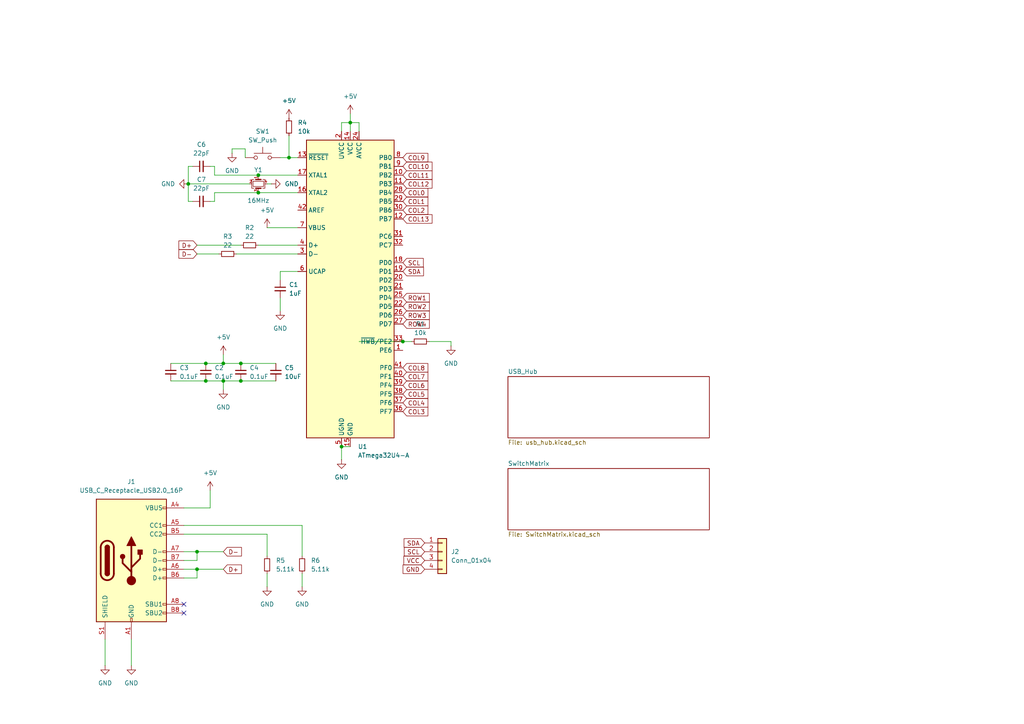
<source format=kicad_sch>
(kicad_sch (version 20231120) (generator "eeschema") (generator_version "8.0")
  (paper "A4")
  (lib_symbols
    (symbol "Connector:USB_C_Receptacle_USB2.0_16P" (pin_names (offset 1.016))
      (property "Reference" "J" (at 0 22.225 0))
      (property "Value" "USB_C_Receptacle_USB2.0_16P" (at 0 19.685 0))
      (symbol "USB_C_Receptacle_USB2.0_16P_0_0"
        (rectangle (start -0.254 -17.78) (end 0.254 -16.764))
        (rectangle (start 10.16 -14.986) (end 9.144 -15.494))
        (rectangle (start 10.16 -12.446) (end 9.144 -12.954))
        (rectangle (start 10.16 -4.826) (end 9.144 -5.334))
        (rectangle (start 10.16 -2.286) (end 9.144 -2.794))
        (rectangle (start 10.16 0.254) (end 9.144 -0.254))
        (rectangle (start 10.16 2.794) (end 9.144 2.286))
        (rectangle (start 10.16 7.874) (end 9.144 7.366))
        (rectangle (start 10.16 10.414) (end 9.144 9.906))
        (rectangle (start 10.16 15.494) (end 9.144 14.986))
      )
      (symbol "USB_C_Receptacle_USB2.0_16P_0_1"
        (rectangle (start -10.16 17.78) (end 10.16 -17.78) (stroke (width 0.254)) (fill (type background)))
        (arc (start -8.89 -3.81) (mid -6.985 -5.7067) (end -5.08 -3.81) (stroke (width 0.508)))
        (arc (start -7.62 -3.81) (mid -6.985 -4.4423) (end -6.35 -3.81) (stroke (width 0.254)))
        (arc (start -7.62 -3.81) (mid -6.985 -4.4423) (end -6.35 -3.81) (stroke (width 0.254)) (fill (type outline)))
        (rectangle (start -7.62 -3.81) (end -6.35 3.81) (stroke (width 0.254)) (fill (type outline)))
        (arc (start -6.35 3.81) (mid -6.985 4.4423) (end -7.62 3.81) (stroke (width 0.254)))
        (arc (start -6.35 3.81) (mid -6.985 4.4423) (end -7.62 3.81) (stroke (width 0.254)) (fill (type outline)))
        (arc (start -5.08 3.81) (mid -6.985 5.7067) (end -8.89 3.81) (stroke (width 0.508)))
        (circle (center -2.54 1.143) (radius 0.635) (stroke (width 0.254)) (fill (type outline)))
        (circle (center 0 -5.842) (radius 1.27) (fill (type outline)))
        (polyline (pts (xy -8.89 -3.81) (xy -8.89 3.81)) (stroke (width 0.508)))
        (polyline (pts (xy -5.08 3.81) (xy -5.08 -3.81)) (stroke (width 0.508)))
        (polyline (pts (xy 0 -5.842) (xy 0 4.318)) (stroke (width 0.508)))
        (polyline (pts (xy 0 -3.302) (xy -2.54 -0.762) (xy -2.54 0.508)) (stroke (width 0.508)))
        (polyline (pts (xy 0 -2.032) (xy 2.54 0.508) (xy 2.54 1.778)) (stroke (width 0.508)))
        (polyline (pts (xy -1.27 4.318) (xy 0 6.858) (xy 1.27 4.318) (xy -1.27 4.318)) (stroke (width 0.254)) (fill (type outline)))
        (rectangle (start 1.905 1.778) (end 3.175 3.048) (stroke (width 0.254)) (fill (type outline)))
      )
      (symbol "USB_C_Receptacle_USB2.0_16P_1_1"
        (pin passive line (at 0 -22.86 90) (length 5.08) (name "GND") (number "A1"))
        (pin passive line (at 0 -22.86 90) (length 5.08) hide (name "GND") (number "A12"))
        (pin passive line (at 15.24 15.24 180) (length 5.08) (name "VBUS") (number "A4"))
        (pin bidirectional line (at 15.24 10.16 180) (length 5.08) (name "CC1") (number "A5"))
        (pin bidirectional line (at 15.24 -2.54 180) (length 5.08) (name "D+") (number "A6"))
        (pin bidirectional line (at 15.24 2.54 180) (length 5.08) (name "D-") (number "A7"))
        (pin bidirectional line (at 15.24 -12.7 180) (length 5.08) (name "SBU1") (number "A8"))
        (pin passive line (at 15.24 15.24 180) (length 5.08) hide (name "VBUS") (number "A9"))
        (pin passive line (at 0 -22.86 90) (length 5.08) hide (name "GND") (number "B1"))
        (pin passive line (at 0 -22.86 90) (length 5.08) hide (name "GND") (number "B12"))
        (pin passive line (at 15.24 15.24 180) (length 5.08) hide (name "VBUS") (number "B4"))
        (pin bidirectional line (at 15.24 7.62 180) (length 5.08) (name "CC2") (number "B5"))
        (pin bidirectional line (at 15.24 -5.08 180) (length 5.08) (name "D+") (number "B6"))
        (pin bidirectional line (at 15.24 0 180) (length 5.08) (name "D-") (number "B7"))
        (pin bidirectional line (at 15.24 -15.24 180) (length 5.08) (name "SBU2") (number "B8"))
        (pin passive line (at 15.24 15.24 180) (length 5.08) hide (name "VBUS") (number "B9"))
        (pin passive line (at -7.62 -22.86 90) (length 5.08) (name "SHIELD") (number "S1"))
      )
    )
    (symbol "Connector_Generic:Conn_01x04" (pin_names (offset 1.016) hide)
      (property "Reference" "J" (at 0 5.08 0))
      (property "Value" "Conn_01x04" (at 0 -7.62 0))
      (symbol "Conn_01x04_1_1"
        (rectangle (start -1.27 -4.953) (end 0 -5.207) (stroke (width 0.1524)))
        (rectangle (start -1.27 -2.413) (end 0 -2.667) (stroke (width 0.1524)))
        (rectangle (start -1.27 0.127) (end 0 -0.127) (stroke (width 0.1524)))
        (rectangle (start -1.27 2.667) (end 0 2.413) (stroke (width 0.1524)))
        (rectangle (start -1.27 3.81) (end 1.27 -6.35) (stroke (width 0.254)) (fill (type background)))
        (pin passive line (at -5.08 2.54 0) (length 3.81) (name "Pin_1") (number "1"))
        (pin passive line (at -5.08 0 0) (length 3.81) (name "Pin_2") (number "2"))
        (pin passive line (at -5.08 -2.54 0) (length 3.81) (name "Pin_3") (number "3"))
        (pin passive line (at -5.08 -5.08 0) (length 3.81) (name "Pin_4") (number "4"))
      )
    )
    (symbol "Device:C_Small" (pin_numbers hide) (pin_names (offset 0.254) hide)
      (property "Reference" "C" (at 0.254 1.778 0))
      (property "Value" "C_Small" (at 0.254 -2.032 0))
      (symbol "C_Small_0_1"
        (polyline (pts (xy -1.524 -0.508) (xy 1.524 -0.508)) (stroke (width 0.3302)))
        (polyline (pts (xy -1.524 0.508) (xy 1.524 0.508)) (stroke (width 0.3048)))
      )
      (symbol "C_Small_1_1"
        (pin passive line (at 0 2.54 270) (length 2.032) (name "~") (number "1"))
        (pin passive line (at 0 -2.54 90) (length 2.032) (name "~") (number "2"))
      )
    )
    (symbol "Device:Crystal_GND24_Small" (pin_names (offset 1.016) hide)
      (property "Reference" "Y" (at 1.27 4.445 0))
      (property "Value" "Crystal_GND24_Small" (at 1.27 2.54 0))
      (symbol "Crystal_GND24_Small_0_1"
        (rectangle (start -0.762 -1.524) (end 0.762 1.524))
        (polyline (pts (xy -1.27 -0.762) (xy -1.27 0.762)) (stroke (width 0.381)))
        (polyline (pts (xy 1.27 -0.762) (xy 1.27 0.762)) (stroke (width 0.381)))
        (polyline (pts (xy -1.27 -1.27) (xy -1.27 -1.905) (xy 1.27 -1.905) (xy 1.27 -1.27)))
        (polyline (pts (xy -1.27 1.27) (xy -1.27 1.905) (xy 1.27 1.905) (xy 1.27 1.27)))
      )
      (symbol "Crystal_GND24_Small_1_1"
        (pin passive line (at -2.54 0 0) (length 1.27) (name "1") (number "1"))
        (pin passive line (at 0 -2.54 90) (length 0.635) (name "2") (number "2"))
        (pin passive line (at 2.54 0 180) (length 1.27) (name "3") (number "3"))
        (pin passive line (at 0 2.54 270) (length 0.635) (name "4") (number "4"))
      )
    )
    (symbol "Device:R_Small" (pin_numbers hide) (pin_names (offset 0.254) hide)
      (property "Reference" "R" (at 0.762 0.508 0))
      (property "Value" "R_Small" (at 0.762 -1.016 0))
      (symbol "R_Small_0_1"
        (rectangle (start -0.762 1.778) (end 0.762 -1.778) (stroke (width 0.2032)))
      )
      (symbol "R_Small_1_1"
        (pin passive line (at 0 2.54 270) (length 0.762) (name "~") (number "1"))
        (pin passive line (at 0 -2.54 90) (length 0.762) (name "~") (number "2"))
      )
    )
    (symbol "MCU_Microchip_ATmega:ATmega32U4-A"
      (property "Reference" "U" (at -12.7 44.45 0))
      (property "Value" "ATmega32U4-A" (at 2.54 -44.45 0))
      (symbol "ATmega32U4-A_0_1"
        (rectangle (start -12.7 -43.18) (end 12.7 43.18) (stroke (width 0.254)) (fill (type background)))
      )
      (symbol "ATmega32U4-A_1_1"
        (pin bidirectional line (at 15.24 -17.78 180) (length 2.54) (name "PE6") (number "1"))
        (pin bidirectional line (at 15.24 33.02 180) (length 2.54) (name "PB2") (number "10"))
        (pin bidirectional line (at 15.24 30.48 180) (length 2.54) (name "PB3") (number "11"))
        (pin bidirectional line (at 15.24 20.32 180) (length 2.54) (name "PB7") (number "12"))
        (pin input line (at -15.24 38.1 0) (length 2.54) (name "~{RESET}") (number "13"))
        (pin power_in line (at 0 45.72 270) (length 2.54) (name "VCC") (number "14"))
        (pin power_in line (at 0 -45.72 90) (length 2.54) (name "GND") (number "15"))
        (pin output line (at -15.24 27.94 0) (length 2.54) (name "XTAL2") (number "16"))
        (pin input line (at -15.24 33.02 0) (length 2.54) (name "XTAL1") (number "17"))
        (pin bidirectional line (at 15.24 7.62 180) (length 2.54) (name "PD0") (number "18"))
        (pin bidirectional line (at 15.24 5.08 180) (length 2.54) (name "PD1") (number "19"))
        (pin power_in line (at -2.54 45.72 270) (length 2.54) (name "UVCC") (number "2"))
        (pin bidirectional line (at 15.24 2.54 180) (length 2.54) (name "PD2") (number "20"))
        (pin bidirectional line (at 15.24 0 180) (length 2.54) (name "PD3") (number "21"))
        (pin bidirectional line (at 15.24 -5.08 180) (length 2.54) (name "PD5") (number "22"))
        (pin passive line (at 0 -45.72 90) (length 2.54) hide (name "GND") (number "23"))
        (pin power_in line (at 2.54 45.72 270) (length 2.54) (name "AVCC") (number "24"))
        (pin bidirectional line (at 15.24 -2.54 180) (length 2.54) (name "PD4") (number "25"))
        (pin bidirectional line (at 15.24 -7.62 180) (length 2.54) (name "PD6") (number "26"))
        (pin bidirectional line (at 15.24 -10.16 180) (length 2.54) (name "PD7") (number "27"))
        (pin bidirectional line (at 15.24 27.94 180) (length 2.54) (name "PB4") (number "28"))
        (pin bidirectional line (at 15.24 25.4 180) (length 2.54) (name "PB5") (number "29"))
        (pin bidirectional line (at -15.24 10.16 0) (length 2.54) (name "D-") (number "3"))
        (pin bidirectional line (at 15.24 22.86 180) (length 2.54) (name "PB6") (number "30"))
        (pin bidirectional line (at 15.24 15.24 180) (length 2.54) (name "PC6") (number "31"))
        (pin bidirectional line (at 15.24 12.7 180) (length 2.54) (name "PC7") (number "32"))
        (pin bidirectional line (at 15.24 -15.24 180) (length 2.54) (name "~{HWB}/PE2") (number "33"))
        (pin passive line (at 0 45.72 270) (length 2.54) hide (name "VCC") (number "34"))
        (pin passive line (at 0 -45.72 90) (length 2.54) hide (name "GND") (number "35"))
        (pin bidirectional line (at 15.24 -35.56 180) (length 2.54) (name "PF7") (number "36"))
        (pin bidirectional line (at 15.24 -33.02 180) (length 2.54) (name "PF6") (number "37"))
        (pin bidirectional line (at 15.24 -30.48 180) (length 2.54) (name "PF5") (number "38"))
        (pin bidirectional line (at 15.24 -27.94 180) (length 2.54) (name "PF4") (number "39"))
        (pin bidirectional line (at -15.24 12.7 0) (length 2.54) (name "D+") (number "4"))
        (pin bidirectional line (at 15.24 -25.4 180) (length 2.54) (name "PF1") (number "40"))
        (pin bidirectional line (at 15.24 -22.86 180) (length 2.54) (name "PF0") (number "41"))
        (pin passive line (at -15.24 22.86 0) (length 2.54) (name "AREF") (number "42"))
        (pin passive line (at 0 -45.72 90) (length 2.54) hide (name "GND") (number "43"))
        (pin passive line (at 2.54 45.72 270) (length 2.54) hide (name "AVCC") (number "44"))
        (pin passive line (at -2.54 -45.72 90) (length 2.54) (name "UGND") (number "5"))
        (pin passive line (at -15.24 5.08 0) (length 2.54) (name "UCAP") (number "6"))
        (pin input line (at -15.24 17.78 0) (length 2.54) (name "VBUS") (number "7"))
        (pin bidirectional line (at 15.24 38.1 180) (length 2.54) (name "PB0") (number "8"))
        (pin bidirectional line (at 15.24 35.56 180) (length 2.54) (name "PB1") (number "9"))
      )
    )
    (symbol "Switch:SW_Push" (pin_numbers hide) (pin_names (offset 1.016) hide)
      (property "Reference" "SW" (at 1.27 2.54 0))
      (property "Value" "SW_Push" (at 0 -1.524 0))
      (symbol "SW_Push_0_1"
        (circle (center -2.032 0) (radius 0.508))
        (polyline (pts (xy 0 1.27) (xy 0 3.048)))
        (polyline (pts (xy 2.54 1.27) (xy -2.54 1.27)))
        (circle (center 2.032 0) (radius 0.508))
        (pin passive line (at -5.08 0 0) (length 2.54) (name "1") (number "1"))
        (pin passive line (at 5.08 0 180) (length 2.54) (name "2") (number "2"))
      )
    )
    (symbol "power:+5V" (power) (pin_numbers hide) (pin_names (offset 0) hide)
      (property "Value" "+5V" (at 0 3.556 0))
      (symbol "+5V_0_1"
        (polyline (pts (xy -0.762 1.27) (xy 0 2.54)))
        (polyline (pts (xy 0 0) (xy 0 2.54)))
        (polyline (pts (xy 0 2.54) (xy 0.762 1.27)))
      )
      (symbol "+5V_1_1"
        (pin power_in line (at 0 0 90) (length 0) (name "~") (number "1"))
      )
    )
    (symbol "power:GND" (power) (pin_numbers hide) (pin_names (offset 0) hide)
      (property "Value" "GND" (at 0 -3.81 0))
      (symbol "GND_0_1"
        (polyline (pts (xy 0 0) (xy 0 -1.27) (xy 1.27 -1.27) (xy 0 -2.54) (xy -1.27 -1.27) (xy 0 -1.27)))
      )
      (symbol "GND_1_1"
        (pin power_in line (at 0 0 270) (length 0) (name "~") (number "1"))
      )
    )
  )
  (junction (at 57.15 165.1))
  (junction (at 74.93 50.8))
  (junction (at 57.15 160.02))
  (junction (at 64.77 105.41))
  (junction (at 101.6 35.56))
  (junction (at 74.93 55.88))
  (junction (at 99.06 129.54))
  (junction (at 54.61 53.34))
  (junction (at 83.82 45.72))
  (junction (at 116.84 99.06))
  (junction (at 59.69 105.41))
  (junction (at 64.77 110.49))
  (junction (at 69.85 105.41))
  (junction (at 69.85 110.49))
  (junction (at 59.69 110.49))
  (no_connect (at 53.34 175.26))
  (no_connect (at 53.34 177.8))
  (wire (pts (xy 87.63 166.37) (xy 87.63 170.18)))
  (wire (pts (xy 67.31 44.45) (xy 67.31 43.18)))
  (wire (pts (xy 69.85 105.41) (xy 80.01 105.41)))
  (wire (pts (xy 104.14 99.06) (xy 116.84 99.06)))
  (wire (pts (xy 54.61 53.34) (xy 54.61 58.42)))
  (wire (pts (xy 83.82 39.37) (xy 83.82 45.72)))
  (wire (pts (xy 38.1 185.42) (xy 38.1 193.04)))
  (wire (pts (xy 59.69 110.49) (xy 64.77 110.49)))
  (wire (pts (xy 74.93 55.88) (xy 86.36 55.88)))
  (wire (pts (xy 99.06 35.56) (xy 101.6 35.56)))
  (wire (pts (xy 54.61 53.34) (xy 72.39 53.34)))
  (wire (pts (xy 54.61 58.42) (xy 55.88 58.42)))
  (wire (pts (xy 74.93 50.8) (xy 86.36 50.8)))
  (wire (pts (xy 60.96 142.24) (xy 60.96 147.32)))
  (wire (pts (xy 77.47 166.37) (xy 77.47 170.18)))
  (wire (pts (xy 99.06 129.54) (xy 101.6 129.54)))
  (wire (pts (xy 53.34 147.32) (xy 60.96 147.32)))
  (wire (pts (xy 60.96 58.42) (xy 62.23 58.42)))
  (wire (pts (xy 67.31 43.18) (xy 71.12 43.18)))
  (wire (pts (xy 104.14 35.56) (xy 101.6 35.56)))
  (wire (pts (xy 99.06 38.1) (xy 99.06 35.56)))
  (wire (pts (xy 71.12 43.18) (xy 71.12 45.72)))
  (wire (pts (xy 62.23 50.8) (xy 74.93 50.8)))
  (wire (pts (xy 104.14 38.1) (xy 104.14 35.56)))
  (wire (pts (xy 130.81 99.06) (xy 124.46 99.06)))
  (wire (pts (xy 53.34 165.1) (xy 57.15 165.1)))
  (wire (pts (xy 57.15 71.12) (xy 69.85 71.12)))
  (wire (pts (xy 64.77 105.41) (xy 59.69 105.41)))
  (wire (pts (xy 68.58 73.66) (xy 86.36 73.66)))
  (wire (pts (xy 60.96 48.26) (xy 62.23 48.26)))
  (wire (pts (xy 74.93 71.12) (xy 86.36 71.12)))
  (wire (pts (xy 57.15 160.02) (xy 64.77 160.02)))
  (wire (pts (xy 83.82 45.72) (xy 86.36 45.72)))
  (wire (pts (xy 81.28 86.36) (xy 81.28 90.17)))
  (wire (pts (xy 53.34 154.94) (xy 77.47 154.94)))
  (wire (pts (xy 81.28 78.74) (xy 86.36 78.74)))
  (wire (pts (xy 69.85 110.49) (xy 80.01 110.49)))
  (wire (pts (xy 64.77 113.03) (xy 64.77 110.49)))
  (wire (pts (xy 130.81 100.33) (xy 130.81 99.06)))
  (wire (pts (xy 87.63 161.29) (xy 87.63 152.4)))
  (wire (pts (xy 116.84 99.06) (xy 119.38 99.06)))
  (wire (pts (xy 57.15 162.56) (xy 57.15 160.02)))
  (wire (pts (xy 49.53 110.49) (xy 59.69 110.49)))
  (wire (pts (xy 62.23 55.88) (xy 74.93 55.88)))
  (wire (pts (xy 81.28 45.72) (xy 83.82 45.72)))
  (wire (pts (xy 62.23 58.42) (xy 62.23 55.88)))
  (wire (pts (xy 81.28 81.28) (xy 81.28 78.74)))
  (wire (pts (xy 87.63 152.4) (xy 53.34 152.4)))
  (wire (pts (xy 77.47 154.94) (xy 77.47 161.29)))
  (wire (pts (xy 57.15 165.1) (xy 64.77 165.1)))
  (wire (pts (xy 53.34 167.64) (xy 57.15 167.64)))
  (wire (pts (xy 101.6 35.56) (xy 101.6 33.02)))
  (wire (pts (xy 86.36 66.04) (xy 77.47 66.04)))
  (wire (pts (xy 99.06 129.54) (xy 99.06 133.35)))
  (wire (pts (xy 53.34 162.56) (xy 57.15 162.56)))
  (wire (pts (xy 53.34 160.02) (xy 57.15 160.02)))
  (wire (pts (xy 78.74 53.34) (xy 77.47 53.34)))
  (wire (pts (xy 64.77 102.87) (xy 64.77 105.41)))
  (wire (pts (xy 57.15 73.66) (xy 63.5 73.66)))
  (wire (pts (xy 49.53 105.41) (xy 59.69 105.41)))
  (wire (pts (xy 64.77 105.41) (xy 69.85 105.41)))
  (wire (pts (xy 55.88 48.26) (xy 54.61 48.26)))
  (wire (pts (xy 54.61 48.26) (xy 54.61 53.34)))
  (wire (pts (xy 101.6 35.56) (xy 101.6 38.1)))
  (wire (pts (xy 64.77 110.49) (xy 69.85 110.49)))
  (wire (pts (xy 57.15 167.64) (xy 57.15 165.1)))
  (wire (pts (xy 62.23 48.26) (xy 62.23 50.8)))
  (wire (pts (xy 30.48 185.42) (xy 30.48 193.04)))
  (global_label "COL5" (shape input) (at 116.84 114.3 0) (property "Intersheetrefs" "${INTERSHEET_REFS}" (effects (hide yes))))
  (global_label "GND" (shape input) (at 123.19 165.1 180) (property "Intersheetrefs" "${INTERSHEET_REFS}" (effects (hide yes))))
  (global_label "COL7" (shape input) (at 116.84 109.22 0) (property "Intersheetrefs" "${INTERSHEET_REFS}" (effects (hide yes))))
  (global_label "COL6" (shape input) (at 116.84 111.76 0) (property "Intersheetrefs" "${INTERSHEET_REFS}" (effects (hide yes))))
  (global_label "SDA" (shape input) (at 123.19 157.48 180) (property "Intersheetrefs" "${INTERSHEET_REFS}" (effects (hide yes))))
  (global_label "COL9" (shape input) (at 116.84 45.72 0) (property "Intersheetrefs" "${INTERSHEET_REFS}" (effects (hide yes))))
  (global_label "D-" (shape input) (at 57.15 73.66 180) (property "Intersheetrefs" "${INTERSHEET_REFS}" (effects (hide yes))))
  (global_label "COL4" (shape input) (at 116.84 116.84 0) (property "Intersheetrefs" "${INTERSHEET_REFS}" (effects (hide yes))))
  (global_label "SCL" (shape input) (at 116.84 76.2 0) (property "Intersheetrefs" "${INTERSHEET_REFS}" (effects (hide yes))))
  (global_label "COL12" (shape input) (at 116.84 53.34 0) (property "Intersheetrefs" "${INTERSHEET_REFS}" (effects (hide yes))))
  (global_label "VCC" (shape input) (at 123.19 162.56 180) (property "Intersheetrefs" "${INTERSHEET_REFS}" (effects (hide yes))))
  (global_label "COL13" (shape input) (at 116.84 63.5 0) (property "Intersheetrefs" "${INTERSHEET_REFS}" (effects (hide yes))))
  (global_label "COL10" (shape input) (at 116.84 48.26 0) (property "Intersheetrefs" "${INTERSHEET_REFS}" (effects (hide yes))))
  (global_label "COL11" (shape input) (at 116.84 50.8 0) (property "Intersheetrefs" "${INTERSHEET_REFS}" (effects (hide yes))))
  (global_label "ROW3" (shape input) (at 116.84 91.44 0) (property "Intersheetrefs" "${INTERSHEET_REFS}" (effects (hide yes))))
  (global_label "D+" (shape input) (at 57.15 71.12 180) (property "Intersheetrefs" "${INTERSHEET_REFS}" (effects (hide yes))))
  (global_label "ROW1" (shape input) (at 116.84 86.36 0) (property "Intersheetrefs" "${INTERSHEET_REFS}" (effects (hide yes))))
  (global_label "ROW2" (shape input) (at 116.84 88.9 0) (property "Intersheetrefs" "${INTERSHEET_REFS}" (effects (hide yes))))
  (global_label "COL8" (shape input) (at 116.84 106.68 0) (property "Intersheetrefs" "${INTERSHEET_REFS}" (effects (hide yes))))
  (global_label "COL1" (shape input) (at 116.84 58.42 0) (property "Intersheetrefs" "${INTERSHEET_REFS}" (effects (hide yes))))
  (global_label "COL2" (shape input) (at 116.84 60.96 0) (property "Intersheetrefs" "${INTERSHEET_REFS}" (effects (hide yes))))
  (global_label "SCL" (shape input) (at 123.19 160.02 180) (property "Intersheetrefs" "${INTERSHEET_REFS}" (effects (hide yes))))
  (global_label "COL0" (shape input) (at 116.84 55.88 0) (property "Intersheetrefs" "${INTERSHEET_REFS}" (effects (hide yes))))
  (global_label "ROW4" (shape input) (at 116.84 93.98 0) (property "Intersheetrefs" "${INTERSHEET_REFS}" (effects (hide yes))))
  (global_label "D-" (shape input) (at 64.77 160.02 0) (property "Intersheetrefs" "${INTERSHEET_REFS}" (effects (hide yes))))
  (global_label "D+" (shape input) (at 64.77 165.1 0) (property "Intersheetrefs" "${INTERSHEET_REFS}" (effects (hide yes))))
  (global_label "SDA" (shape input) (at 116.84 78.74 0) (property "Intersheetrefs" "${INTERSHEET_REFS}" (effects (hide yes))))
  (global_label "COL3" (shape input) (at 116.84 119.38 0) (property "Intersheetrefs" "${INTERSHEET_REFS}" (effects (hide yes))))
  (symbol (lib_id "power:GND") (at 38.1 193.04 0) (unit 1)
    (property "Reference" "#PWR012" (effects (hide yes)))
    (property "Value" "GND" (at 38.1 198.12 0))
    (property "Description" "Power symbol creates a global label with name \"GND\" , ground" (effects (hide yes)))
  )
  (symbol (lib_id "Device:C_Small") (at 58.42 48.26 90) (unit 1)
    (property "Reference" "C6" (at 58.4263 41.91 90))
    (property "Value" "22pF" (at 58.4263 44.45 90))
    (property "Footprint" "Capacitor_SMD:C_0805_2012Metric" (effects (hide yes)))
    (property "Description" "Unpolarized capacitor, small symbol" (effects (hide yes)))
  )
  (symbol (lib_id "Device:R_Small") (at 72.39 71.12 90) (unit 1)
    (property "Reference" "R2" (at 72.39 66.04 90))
    (property "Value" "22" (at 72.39 68.58 90))
    (property "Footprint" "Resistor_SMD:R_0805_2012Metric" (effects (hide yes)))
    (property "Description" "Resistor, small symbol" (effects (hide yes)))
  )
  (symbol (lib_id "MCU_Microchip_ATmega:ATmega32U4-A") (at 101.6 83.82 0) (unit 1)
    (property "Reference" "U1" (at 103.7941 129.54 0) (effects (justify left)))
    (property "Value" "ATmega32U4-A" (at 103.7941 132.08 0) (effects (justify left)))
    (property "Footprint" "Package_QFP:TQFP-44_10x10mm_P0.8mm" (effects (hide yes)))
    (property "Datasheet" "http://ww1.microchip.com/downloads/en/DeviceDoc/Atmel-7766-8-bit-AVR-ATmega16U4-32U4_Datasheet.pdf" (effects (hide yes)))
    (property "Description" "16MHz, 32kB Flash, 2.5kB SRAM, 1kB EEPROM, USB 2.0, TQFP-44" (effects (hide yes)))
  )
  (symbol (lib_id "Connector_Generic:Conn_01x04") (at 128.27 160.02 0) (unit 1)
    (property "Reference" "J2" (at 130.81 160.0199 0) (effects (justify left)))
    (property "Value" "Conn_01x04" (at 130.81 162.5599 0) (effects (justify left)))
    (property "Footprint" "Connector_PinHeader_2.54mm:PinHeader_1x04_P2.54mm_Vertical" (effects (hide yes)))
    (property "Description" "Generic connector, single row, 01x04, script generated (kicad-library-utils/schlib/autogen/connector/)" (effects (hide yes)))
  )
  (symbol (lib_id "power:GND") (at 30.48 193.04 0) (unit 1)
    (property "Reference" "#PWR011" (effects (hide yes)))
    (property "Value" "GND" (at 30.48 198.12 0))
    (property "Description" "Power symbol creates a global label with name \"GND\" , ground" (effects (hide yes)))
  )
  (symbol (lib_id "Device:R_Small") (at 83.82 36.83 180) (unit 1)
    (property "Reference" "R4" (at 86.36 35.5599 0) (effects (justify right)))
    (property "Value" "10k" (at 86.36 38.0999 0) (effects (justify right)))
    (property "Footprint" "Resistor_SMD:R_0805_2012Metric" (effects (hide yes)))
    (property "Description" "Resistor, small symbol" (effects (hide yes)))
  )
  (symbol (lib_id "Device:R_Small") (at 121.92 99.06 90) (unit 1)
    (property "Reference" "R1" (at 121.92 93.98 90))
    (property "Value" "10k" (at 121.92 96.52 90))
    (property "Footprint" "Resistor_SMD:R_0805_2012Metric" (effects (hide yes)))
    (property "Description" "Resistor, small symbol" (effects (hide yes)))
  )
  (symbol (lib_id "Device:C_Small") (at 69.85 107.95 0) (unit 1)
    (property "Reference" "C4" (at 72.39 106.6862 0) (effects (justify left)))
    (property "Value" "0.1uF" (at 72.39 109.2262 0) (effects (justify left)))
    (property "Footprint" "Capacitor_SMD:C_0805_2012Metric" (effects (hide yes)))
    (property "Description" "Unpolarized capacitor, small symbol" (effects (hide yes)))
  )
  (symbol (lib_id "power:GND") (at 64.77 113.03 0) (unit 1)
    (property "Reference" "#PWR06" (effects (hide yes)))
    (property "Value" "GND" (at 64.77 118.11 0))
    (property "Description" "Power symbol creates a global label with name \"GND\" , ground" (effects (hide yes)))
  )
  (symbol (lib_id "Switch:SW_Push") (at 76.2 45.72 0) (unit 1)
    (property "Reference" "SW1" (at 76.2 38.1 0))
    (property "Value" "SW_Push" (at 76.2 40.64 0))
    (property "Footprint" "random-keyboard-parts.pretty-master:SKQG-1155865" (effects (hide yes)))
    (property "Description" "Push button switch, generic, two pins" (effects (hide yes)))
  )
  (symbol (lib_id "power:GND") (at 130.81 100.33 0) (unit 1)
    (property "Reference" "#PWR03" (effects (hide yes)))
    (property "Value" "GND" (at 130.81 105.41 0))
    (property "Description" "Power symbol creates a global label with name \"GND\" , ground" (effects (hide yes)))
  )
  (symbol (lib_id "power:GND") (at 67.31 44.45 0) (unit 1)
    (property "Reference" "#PWR09" (effects (hide yes)))
    (property "Value" "GND" (at 67.31 49.53 0))
    (property "Description" "Power symbol creates a global label with name \"GND\" , ground" (effects (hide yes)))
  )
  (symbol (lib_id "power:GND") (at 81.28 90.17 0) (unit 1)
    (property "Reference" "#PWR04" (effects (hide yes)))
    (property "Value" "GND" (at 81.28 95.25 0))
    (property "Description" "Power symbol creates a global label with name \"GND\" , ground" (effects (hide yes)))
  )
  (symbol (lib_id "power:GND") (at 87.63 170.18 0) (unit 1)
    (property "Reference" "#PWR015" (effects (hide yes)))
    (property "Value" "GND" (at 87.63 175.26 0))
    (property "Description" "Power symbol creates a global label with name \"GND\" , ground" (effects (hide yes)))
  )
  (symbol (lib_id "Device:R_Small") (at 87.63 163.83 180) (unit 1)
    (property "Reference" "R6" (at 90.17 162.5599 0) (effects (justify right)))
    (property "Value" "5.11k" (at 90.17 165.0999 0) (effects (justify right)))
    (property "Footprint" "Resistor_SMD:R_0805_2012Metric" (effects (hide yes)))
    (property "Description" "Resistor, small symbol" (effects (hide yes)))
  )
  (symbol (lib_id "Device:R_Small") (at 66.04 73.66 90) (unit 1)
    (property "Reference" "R3" (at 66.04 68.58 90))
    (property "Value" "22" (at 66.04 71.12 90))
    (property "Footprint" "Resistor_SMD:R_0805_2012Metric" (effects (hide yes)))
    (property "Description" "Resistor, small symbol" (effects (hide yes)))
  )
  (symbol (lib_id "power:+5V") (at 64.77 102.87 0) (unit 1)
    (property "Reference" "#PWR05" (effects (hide yes)))
    (property "Value" "+5V" (at 64.77 97.79 0))
    (property "Description" "Power symbol creates a global label with name \"+5V\"" (effects (hide yes)))
  )
  (symbol (lib_id "power:+5V") (at 60.96 142.24 0) (unit 1)
    (property "Reference" "#PWR013" (effects (hide yes)))
    (property "Value" "+5V" (at 60.96 137.16 0))
    (property "Description" "Power symbol creates a global label with name \"+5V\"" (effects (hide yes)))
  )
  (symbol (lib_id "power:GND") (at 77.47 170.18 0) (unit 1)
    (property "Reference" "#PWR014" (effects (hide yes)))
    (property "Value" "GND" (at 77.47 175.26 0))
    (property "Description" "Power symbol creates a global label with name \"GND\" , ground" (effects (hide yes)))
  )
  (symbol (lib_id "power:GND") (at 99.06 133.35 0) (unit 1)
    (property "Reference" "#PWR02" (effects (hide yes)))
    (property "Value" "GND" (at 99.06 138.43 0))
    (property "Description" "Power symbol creates a global label with name \"GND\" , ground" (effects (hide yes)))
  )
  (symbol (lib_id "power:+5V") (at 83.82 34.29 0) (unit 1)
    (property "Reference" "#PWR010" (effects (hide yes)))
    (property "Value" "+5V" (at 83.82 29.21 0))
    (property "Description" "Power symbol creates a global label with name \"+5V\"" (effects (hide yes)))
  )
  (symbol (lib_id "Connector:USB_C_Receptacle_USB2.0_16P") (at 38.1 162.56 0) (unit 1)
    (property "Reference" "J1" (at 38.1 139.7 0))
    (property "Value" "USB_C_Receptacle_USB2.0_16P" (at 38.1 142.24 0))
    (property "Footprint" "Connector_USB:USB_C_Receptacle_GCT_USB4105-xx-A_16P_TopMnt_Horizontal" (effects (hide yes)))
    (property "Datasheet" "https://www.usb.org/sites/default/files/documents/usb_type-c.zip" (effects (hide yes)))
    (property "Description" "USB 2.0-only 16P Type-C Receptacle connector" (effects (hide yes)))
  )
  (symbol (lib_id "Device:C_Small") (at 80.01 107.95 0) (unit 1)
    (property "Reference" "C5" (at 82.55 106.6862 0) (effects (justify left)))
    (property "Value" "10uF" (at 82.55 109.2262 0) (effects (justify left)))
    (property "Footprint" "Capacitor_SMD:C_0805_2012Metric" (effects (hide yes)))
    (property "Description" "Unpolarized capacitor, small symbol" (effects (hide yes)))
  )
  (symbol (lib_id "Device:C_Small") (at 81.28 83.82 0) (unit 1)
    (property "Reference" "C1" (at 83.82 82.5562 0) (effects (justify left)))
    (property "Value" "1uF" (at 83.82 85.0962 0) (effects (justify left)))
    (property "Footprint" "Capacitor_SMD:C_0805_2012Metric" (effects (hide yes)))
    (property "Description" "Unpolarized capacitor, small symbol" (effects (hide yes)))
  )
  (symbol (lib_id "Device:C_Small") (at 49.53 107.95 0) (unit 1)
    (property "Reference" "C3" (at 52.07 106.6862 0) (effects (justify left)))
    (property "Value" "0.1uF" (at 52.07 109.2262 0) (effects (justify left)))
    (property "Footprint" "Capacitor_SMD:C_0805_2012Metric" (effects (hide yes)))
    (property "Description" "Unpolarized capacitor, small symbol" (effects (hide yes)))
  )
  (symbol (lib_id "power:GND") (at 54.61 53.34 270) (unit 1)
    (property "Reference" "#PWR017" (effects (hide yes)))
    (property "Value" "GND" (at 50.8 53.3399 90) (effects (justify right)))
    (property "Description" "Power symbol creates a global label with name \"GND\" , ground" (effects (hide yes)))
  )
  (symbol (lib_id "Device:C_Small") (at 58.42 58.42 90) (unit 1)
    (property "Reference" "C7" (at 58.4263 52.07 90))
    (property "Value" "22pF" (at 58.4263 54.61 90))
    (property "Footprint" "Capacitor_SMD:C_0805_2012Metric" (effects (hide yes)))
    (property "Description" "Unpolarized capacitor, small symbol" (effects (hide yes)))
  )
  (symbol (lib_id "Device:Crystal_GND24_Small") (at 74.93 53.34 270) (unit 1)
    (property "Reference" "Y1" (at 74.93 49.276 90))
    (property "Value" "16MHz" (at 74.93 58.166 90))
    (property "Footprint" "Crystal:Crystal_SMD_3225-4Pin_3.2x2.5mm" (effects (hide yes)))
    (property "Description" "Four pin crystal, GND on pins 2 and 4, small symbol" (effects (hide yes)))
  )
  (symbol (lib_id "power:GND") (at 78.74 53.34 90) (unit 1)
    (property "Reference" "#PWR016" (effects (hide yes)))
    (property "Value" "GND" (at 82.55 53.3399 90) (effects (justify right)))
    (property "Description" "Power symbol creates a global label with name \"GND\" , ground" (effects (hide yes)))
  )
  (symbol (lib_id "power:+5V") (at 77.47 66.04 0) (unit 1)
    (property "Reference" "#PWR07" (effects (hide yes)))
    (property "Value" "+5V" (at 77.47 60.96 0))
    (property "Description" "Power symbol creates a global label with name \"+5V\"" (effects (hide yes)))
  )
  (symbol (lib_id "Device:R_Small") (at 77.47 163.83 180) (unit 1)
    (property "Reference" "R5" (at 80.01 162.5599 0) (effects (justify right)))
    (property "Value" "5.11k" (at 80.01 165.0999 0) (effects (justify right)))
    (property "Footprint" "Resistor_SMD:R_0805_2012Metric" (effects (hide yes)))
    (property "Description" "Resistor, small symbol" (effects (hide yes)))
  )
  (symbol (lib_id "Device:C_Small") (at 59.69 107.95 0) (unit 1)
    (property "Reference" "C2" (at 62.23 106.6862 0) (effects (justify left)))
    (property "Value" "0.1uF" (at 62.23 109.2262 0) (effects (justify left)))
    (property "Footprint" "Capacitor_SMD:C_0805_2012Metric" (effects (hide yes)))
    (property "Description" "Unpolarized capacitor, small symbol" (effects (hide yes)))
  )
  (symbol (lib_id "power:+5V") (at 101.6 33.02 0) (unit 1)
    (property "Reference" "#PWR01" (effects (hide yes)))
    (property "Value" "+5V" (at 101.6 27.94 0))
    (property "Description" "Power symbol creates a global label with name \"+5V\"" (effects (hide yes)))
  )
  (sheet (at 147.32 135.89) (size 58.42 17.78) (stroke (width 0.1524))
    (property "Sheetname" "SwitchMatrix" (at 147.32 135.1784 0) (effects (justify left bottom)))
    (property "Sheetfile" "SwitchMatrix.kicad_sch" (at 147.32 154.2546 0) (effects (justify left top)))
  )
  (sheet (at 147.32 109.22) (size 58.42 17.78) (stroke (width 0.1524))
    (property "Sheetname" "USB_Hub" (at 147.32 108.5084 0) (effects (justify left bottom)))
    (property "Sheetfile" "usb_hub.kicad_sch" (at 147.32 127.5846 0) (effects (justify left top)))
  )
)
</source>
